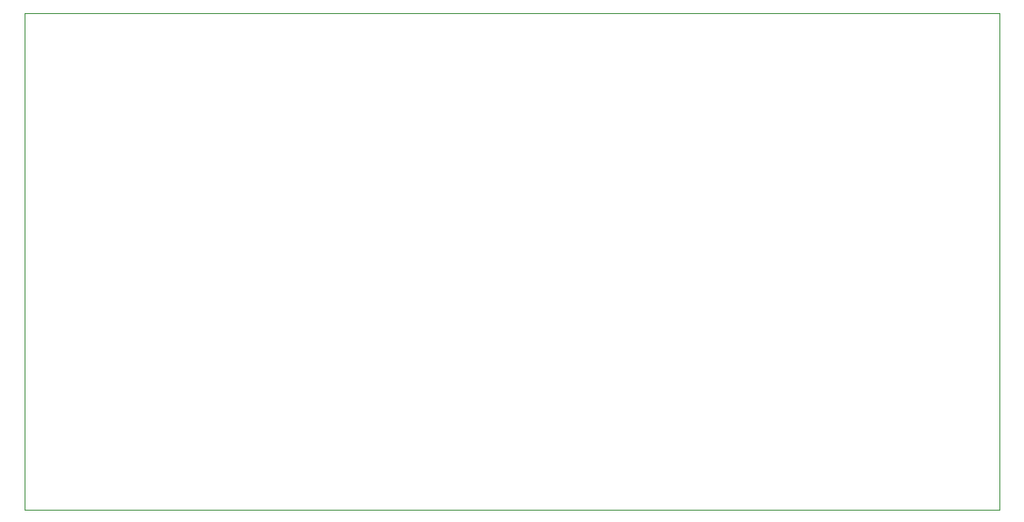
<source format=gbr>
G04 #@! TF.GenerationSoftware,KiCad,Pcbnew,7.0.8*
G04 #@! TF.CreationDate,2024-03-28T15:32:18+01:00*
G04 #@! TF.ProjectId,Prozessorplatine,50726f7a-6573-4736-9f72-706c6174696e,rev?*
G04 #@! TF.SameCoordinates,Original*
G04 #@! TF.FileFunction,Profile,NP*
%FSLAX46Y46*%
G04 Gerber Fmt 4.6, Leading zero omitted, Abs format (unit mm)*
G04 Created by KiCad (PCBNEW 7.0.8) date 2024-03-28 15:32:18*
%MOMM*%
%LPD*%
G01*
G04 APERTURE LIST*
G04 #@! TA.AperFunction,Profile*
%ADD10C,0.050000*%
G04 #@! TD*
G04 APERTURE END LIST*
D10*
X142494000Y-102108000D02*
X142494000Y-54102000D01*
X236537500Y-102108000D02*
X142557500Y-102108000D01*
X142557500Y-102108000D02*
X142494000Y-102108000D01*
X236537500Y-54102000D02*
X236537500Y-102108000D01*
X142494000Y-54102000D02*
X236537500Y-54102000D01*
M02*

</source>
